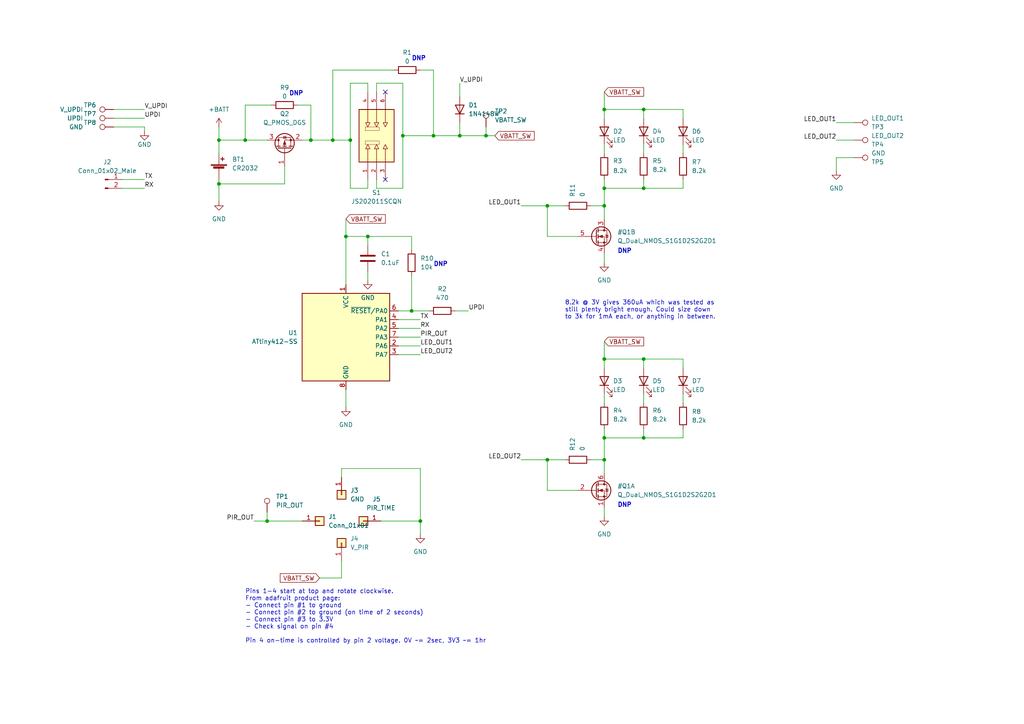
<source format=kicad_sch>
(kicad_sch (version 20211123) (generator eeschema)
  (paper "A4")
  (lib_symbols
    (symbol "Connector:Conn_01x02_Male" (pin_names (offset 1.016) hide)
      (property "Reference" "J" (at 0 2.54 0))
      (property "Value" "Conn_01x02_Male" (at 0 -5.08 0))
      (symbol "Conn_01x02_Male_1_1"
        (polyline (pts (xy 1.27 -2.54) (xy 0.8636 -2.54)) (stroke (width 0.1524)))
        (polyline (pts (xy 1.27 0) (xy 0.8636 0)) (stroke (width 0.1524)))
        (rectangle (start 0.8636 -2.413) (end 0 -2.667) (stroke (width 0.1524)) (fill (type outline)))
        (rectangle (start 0.8636 0.127) (end 0 -0.127) (stroke (width 0.1524)) (fill (type outline)))
        (pin passive line (at 5.08 0 180) (length 3.81) (name "Pin_1") (number "1"))
        (pin passive line (at 5.08 -2.54 180) (length 3.81) (name "Pin_2") (number "2"))
      )
    )
    (symbol "Connector:TestPoint" (pin_numbers hide) (pin_names (offset 0.762) hide)
      (property "Reference" "TP" (at 0 6.858 0))
      (property "Value" "TestPoint" (at 0 5.08 0))
      (symbol "TestPoint_0_1"
        (circle (center 0 3.302) (radius 0.762))
      )
      (symbol "TestPoint_1_1"
        (pin passive line (at 0 0 90) (length 2.54) (name "1") (number "1"))
      )
    )
    (symbol "Connector_Generic:Conn_01x01" (pin_names (offset 1.016) hide)
      (property "Reference" "J" (at 0 2.54 0))
      (property "Value" "Conn_01x01" (at 0 -2.54 0))
      (symbol "Conn_01x01_1_1"
        (rectangle (start -1.27 0.127) (end 0 -0.127) (stroke (width 0.1524)))
        (rectangle (start -1.27 1.27) (end 1.27 -1.27) (stroke (width 0.254)) (fill (type background)))
        (pin passive line (at -5.08 0 0) (length 3.81) (name "Pin_1") (number "1"))
      )
    )
    (symbol "Device:Battery_Cell" (pin_numbers hide) (pin_names (offset 0) hide)
      (property "Reference" "BT" (at 2.54 2.54 0))
      (property "Value" "Battery_Cell" (at 2.54 0 0))
      (symbol "Battery_Cell_0_1"
        (rectangle (start -2.286 1.778) (end 2.286 1.524) (fill (type outline)))
        (rectangle (start -1.5748 1.1938) (end 1.4732 0.6858) (fill (type outline)))
        (polyline (pts (xy 0 0.762) (xy 0 0)))
        (polyline (pts (xy 0 1.778) (xy 0 2.54)))
        (polyline (pts (xy 0.508 3.429) (xy 1.524 3.429)) (stroke (width 0.254)))
        (polyline (pts (xy 1.016 3.937) (xy 1.016 2.921)) (stroke (width 0.254)))
      )
      (symbol "Battery_Cell_1_1"
        (pin passive line (at 0 5.08 270) (length 2.54) (name "+") (number "1"))
        (pin passive line (at 0 -2.54 90) (length 2.54) (name "-") (number "2"))
      )
    )
    (symbol "Device:C" (pin_numbers hide) (pin_names (offset 0.254))
      (property "Reference" "C" (at 0.635 2.54 0))
      (property "Value" "C" (at 0.635 -2.54 0))
      (symbol "C_0_1"
        (polyline (pts (xy -2.032 -0.762) (xy 2.032 -0.762)) (stroke (width 0.508)))
        (polyline (pts (xy -2.032 0.762) (xy 2.032 0.762)) (stroke (width 0.508)))
      )
      (symbol "C_1_1"
        (pin passive line (at 0 3.81 270) (length 2.794) (name "~") (number "1"))
        (pin passive line (at 0 -3.81 90) (length 2.794) (name "~") (number "2"))
      )
    )
    (symbol "Device:D" (pin_numbers hide) (pin_names (offset 1.016) hide)
      (property "Reference" "D" (at 0 2.54 0))
      (property "Value" "D" (at 0 -2.54 0))
      (symbol "D_0_1"
        (polyline (pts (xy -1.27 1.27) (xy -1.27 -1.27)) (stroke (width 0.254)))
        (polyline (pts (xy 1.27 0) (xy -1.27 0)))
        (polyline (pts (xy 1.27 1.27) (xy 1.27 -1.27) (xy -1.27 0) (xy 1.27 1.27)) (stroke (width 0.254)))
      )
      (symbol "D_1_1"
        (pin passive line (at -3.81 0 0) (length 2.54) (name "K") (number "1"))
        (pin passive line (at 3.81 0 180) (length 2.54) (name "A") (number "2"))
      )
    )
    (symbol "Device:LED" (pin_numbers hide) (pin_names (offset 1.016) hide)
      (property "Reference" "D" (at 0 2.54 0))
      (property "Value" "LED" (at 0 -2.54 0))
      (symbol "LED_0_1"
        (polyline (pts (xy -1.27 -1.27) (xy -1.27 1.27)) (stroke (width 0.254)))
        (polyline (pts (xy -1.27 0) (xy 1.27 0)))
        (polyline (pts (xy 1.27 -1.27) (xy 1.27 1.27) (xy -1.27 0) (xy 1.27 -1.27)) (stroke (width 0.254)))
        (polyline (pts (xy -3.048 -0.762) (xy -4.572 -2.286) (xy -3.81 -2.286) (xy -4.572 -2.286) (xy -4.572 -1.524)))
        (polyline (pts (xy -1.778 -0.762) (xy -3.302 -2.286) (xy -2.54 -2.286) (xy -3.302 -2.286) (xy -3.302 -1.524)))
      )
      (symbol "LED_1_1"
        (pin passive line (at -3.81 0 0) (length 2.54) (name "K") (number "1"))
        (pin passive line (at 3.81 0 180) (length 2.54) (name "A") (number "2"))
      )
    )
    (symbol "Device:Q_Dual_NMOS_S1G1D2S2G2D1" (pin_names (offset 0) hide)
      (property "Reference" "Q" (at 6.35 1.27 0))
      (property "Value" "Q_Dual_NMOS_S1G1D2S2G2D1" (at 19.05 -1.27 0))
      (symbol "Q_Dual_NMOS_S1G1D2S2G2D1_0_1"
        (polyline (pts (xy 0.254 0) (xy -2.54 0)))
        (polyline (pts (xy 0.254 1.905) (xy 0.254 -1.905)) (stroke (width 0.254)))
        (polyline (pts (xy 0.762 -1.27) (xy 0.762 -2.286)) (stroke (width 0.254)))
        (polyline (pts (xy 0.762 0.508) (xy 0.762 -0.508)) (stroke (width 0.254)))
        (polyline (pts (xy 0.762 2.286) (xy 0.762 1.27)) (stroke (width 0.254)))
        (polyline (pts (xy 2.54 2.54) (xy 2.54 1.778)))
        (polyline (pts (xy 2.54 -2.54) (xy 2.54 0) (xy 0.762 0)))
        (polyline (pts (xy 0.762 -1.778) (xy 3.302 -1.778) (xy 3.302 1.778) (xy 0.762 1.778)))
        (polyline (pts (xy 1.016 0) (xy 2.032 0.381) (xy 2.032 -0.381) (xy 1.016 0)) (fill (type outline)))
        (polyline (pts (xy 2.794 0.508) (xy 2.921 0.381) (xy 3.683 0.381) (xy 3.81 0.254)))
        (polyline (pts (xy 3.302 0.381) (xy 2.921 -0.254) (xy 3.683 -0.254) (xy 3.302 0.381)))
        (circle (center 1.651 0) (radius 2.794) (stroke (width 0.254)))
        (circle (center 2.54 -1.778) (radius 0.254) (fill (type outline)))
        (circle (center 2.54 1.778) (radius 0.254) (fill (type outline)))
      )
      (symbol "Q_Dual_NMOS_S1G1D2S2G2D1_1_1"
        (pin passive line (at 2.54 -5.08 90) (length 2.54) (name "S") (number "1"))
        (pin input line (at -5.08 0 0) (length 2.54) (name "G") (number "2"))
        (pin passive line (at 2.54 5.08 270) (length 2.54) (name "D") (number "6"))
      )
      (symbol "Q_Dual_NMOS_S1G1D2S2G2D1_2_1"
        (pin passive line (at 2.54 5.08 270) (length 2.54) (name "D") (number "3"))
        (pin passive line (at 2.54 -5.08 90) (length 2.54) (name "S") (number "4"))
        (pin input line (at -5.08 0 0) (length 2.54) (name "G") (number "5"))
      )
    )
    (symbol "Device:Q_PMOS_GSD" (pin_names (offset 0) hide)
      (property "Reference" "Q" (at 5.08 1.27 0))
      (property "Value" "Q_PMOS_GSD" (at 5.08 -1.27 0))
      (symbol "Q_PMOS_GSD_0_1"
        (polyline (pts (xy 0.254 0) (xy -2.54 0)))
        (polyline (pts (xy 0.254 1.905) (xy 0.254 -1.905)) (stroke (width 0.254)))
        (polyline (pts (xy 0.762 -1.27) (xy 0.762 -2.286)) (stroke (width 0.254)))
        (polyline (pts (xy 0.762 0.508) (xy 0.762 -0.508)) (stroke (width 0.254)))
        (polyline (pts (xy 0.762 2.286) (xy 0.762 1.27)) (stroke (width 0.254)))
        (polyline (pts (xy 2.54 2.54) (xy 2.54 1.778)))
        (polyline (pts (xy 2.54 -2.54) (xy 2.54 0) (xy 0.762 0)))
        (polyline (pts (xy 0.762 1.778) (xy 3.302 1.778) (xy 3.302 -1.778) (xy 0.762 -1.778)))
        (polyline (pts (xy 2.286 0) (xy 1.27 0.381) (xy 1.27 -0.381) (xy 2.286 0)) (fill (type outline)))
        (polyline (pts (xy 2.794 -0.508) (xy 2.921 -0.381) (xy 3.683 -0.381) (xy 3.81 -0.254)))
        (polyline (pts (xy 3.302 -0.381) (xy 2.921 0.254) (xy 3.683 0.254) (xy 3.302 -0.381)))
        (circle (center 1.651 0) (radius 2.794) (stroke (width 0.254)))
        (circle (center 2.54 -1.778) (radius 0.254) (fill (type outline)))
        (circle (center 2.54 1.778) (radius 0.254) (fill (type outline)))
      )
      (symbol "Q_PMOS_GSD_1_1"
        (pin input line (at -5.08 0 0) (length 2.54) (name "G") (number "1"))
        (pin passive line (at 2.54 -5.08 90) (length 2.54) (name "S") (number "2"))
        (pin passive line (at 2.54 5.08 270) (length 2.54) (name "D") (number "3"))
      )
    )
    (symbol "Device:R" (pin_numbers hide) (pin_names (offset 0))
      (property "Reference" "R" (at 2.032 0 90))
      (property "Value" "R" (at 0 0 90))
      (symbol "R_0_1"
        (rectangle (start -1.016 -2.54) (end 1.016 2.54) (stroke (width 0.254)))
      )
      (symbol "R_1_1"
        (pin passive line (at 0 3.81 270) (length 1.27) (name "~") (number "1"))
        (pin passive line (at 0 -3.81 90) (length 1.27) (name "~") (number "2"))
      )
    )
    (symbol "JS202011SCQN:JS202011SCQN" (pin_names (offset 1.016) hide)
      (property "Reference" "S" (at -7.62 6.35 0))
      (property "Value" "JS202011SCQN" (at -7.62 -6.35 0))
      (symbol "JS202011SCQN_0_0"
        (rectangle (start -7.62 -5.08) (end 7.62 5.08) (stroke (width 0.254)) (fill (type background)))
        (polyline (pts (xy -7.62 -2.54) (xy -3.81 -2.54)) (stroke (width 0.1524)))
        (polyline (pts (xy -7.62 0) (xy -3.81 0)) (stroke (width 0.1524)))
        (polyline (pts (xy -7.62 2.54) (xy -3.81 2.54)) (stroke (width 0.1524)))
        (polyline (pts (xy 7.62 -2.54) (xy 3.81 -2.54)) (stroke (width 0.1524)))
        (polyline (pts (xy 7.62 0) (xy 3.81 0)) (stroke (width 0.1524)))
        (polyline (pts (xy 7.62 2.54) (xy 3.81 2.54)) (stroke (width 0.1524)))
        (polyline (pts (xy -3.81 -1.905) (xy -3.81 -3.175) (xy -2.54 -2.54) (xy -3.81 -1.905)) (stroke (width 0.1524)) (fill (type background)))
        (polyline (pts (xy -3.81 0.635) (xy -3.81 -0.635) (xy -2.54 0) (xy -3.81 0.635)) (stroke (width 0.1524)) (fill (type background)))
        (polyline (pts (xy -3.81 3.175) (xy -3.81 1.905) (xy -2.54 2.54) (xy -3.81 3.175)) (stroke (width 0.1524)) (fill (type background)))
        (polyline (pts (xy 3.81 -3.175) (xy 3.81 -1.905) (xy 2.54 -2.54) (xy 3.81 -3.175)) (stroke (width 0.1524)) (fill (type background)))
        (polyline (pts (xy 3.81 -0.635) (xy 3.81 0.635) (xy 2.54 0) (xy 3.81 -0.635)) (stroke (width 0.1524)) (fill (type background)))
        (polyline (pts (xy 3.81 1.905) (xy 3.81 3.175) (xy 2.54 2.54) (xy 3.81 1.905)) (stroke (width 0.1524)) (fill (type background)))
        (polyline (pts (xy -2.54 3.302) (xy -2.54 -0.762) (xy -1.524 -0.762) (xy -1.524 3.302) (xy -2.54 3.302)) (stroke (width 0.0254)) (fill (type background)))
        (polyline (pts (xy 1.524 3.302) (xy 1.524 -0.762) (xy 2.54 -0.762) (xy 2.54 3.302) (xy 1.524 3.302)) (stroke (width 0.0254)) (fill (type background)))
        (pin passive line (at -12.7 2.54 0) (length 5.08) (name "~") (number "1"))
        (pin passive line (at -12.7 0 0) (length 5.08) (name "~") (number "2"))
        (pin passive line (at -12.7 -2.54 0) (length 5.08) (name "~") (number "3"))
        (pin passive line (at 12.7 2.54 180) (length 5.08) (name "~") (number "4"))
        (pin passive line (at 12.7 0 180) (length 5.08) (name "~") (number "5"))
        (pin passive line (at 12.7 -2.54 180) (length 5.08) (name "~") (number "6"))
      )
    )
    (symbol "MCU_Microchip_ATtiny:ATtiny412-SS"
      (property "Reference" "U" (at -12.7 13.97 0))
      (property "Value" "ATtiny412-SS" (at 2.54 -13.97 0))
      (symbol "ATtiny412-SS_0_1"
        (rectangle (start -12.7 -12.7) (end 12.7 12.7) (stroke (width 0.254)) (fill (type background)))
      )
      (symbol "ATtiny412-SS_1_1"
        (pin power_in line (at 0 15.24 270) (length 2.54) (name "VCC") (number "1"))
        (pin bidirectional line (at 15.24 -2.54 180) (length 2.54) (name "PA6") (number "2"))
        (pin bidirectional line (at 15.24 -5.08 180) (length 2.54) (name "PA7") (number "3"))
        (pin bidirectional line (at 15.24 5.08 180) (length 2.54) (name "PA1") (number "4"))
        (pin bidirectional line (at 15.24 2.54 180) (length 2.54) (name "PA2") (number "5"))
        (pin bidirectional line (at 15.24 7.62 180) (length 2.54) (name "~{RESET}/PA0") (number "6"))
        (pin bidirectional line (at 15.24 0 180) (length 2.54) (name "PA3") (number "7"))
        (pin power_in line (at 0 -15.24 90) (length 2.54) (name "GND") (number "8"))
      )
    )
    (symbol "power:+BATT" (power) (pin_names (offset 0))
      (property "Value" "+BATT" (at 0 3.556 0))
      (symbol "+BATT_0_1"
        (polyline (pts (xy -0.762 1.27) (xy 0 2.54)))
        (polyline (pts (xy 0 0) (xy 0 2.54)))
        (polyline (pts (xy 0 2.54) (xy 0.762 1.27)))
      )
      (symbol "+BATT_1_1"
        (pin power_in line (at 0 0 90) (length 0) hide (name "+BATT") (number "1"))
      )
    )
    (symbol "power:GND" (power) (pin_names (offset 0))
      (property "Value" "GND" (at 0 -3.81 0))
      (symbol "GND_0_1"
        (polyline (pts (xy 0 0) (xy 0 -1.27) (xy 1.27 -1.27) (xy 0 -2.54) (xy -1.27 -1.27) (xy 0 -1.27)))
      )
      (symbol "GND_1_1"
        (pin power_in line (at 0 0 270) (length 0) hide (name "GND") (number "1"))
      )
    )
  )
  (junction (at 63.5 40.64))
  (junction (at 77.47 151.13))
  (junction (at 175.26 31.75))
  (junction (at 100.33 68.58))
  (junction (at 71.12 40.64))
  (junction (at 101.6 40.64))
  (junction (at 175.26 127))
  (junction (at 186.69 54.61))
  (junction (at 158.75 133.35))
  (junction (at 175.26 133.35))
  (junction (at 90.17 40.64))
  (junction (at 106.68 68.58))
  (junction (at 96.52 40.64))
  (junction (at 186.69 31.75))
  (junction (at 140.97 39.37))
  (junction (at 133.35 39.37))
  (junction (at 158.75 59.69))
  (junction (at 125.73 39.37))
  (junction (at 63.5 53.34))
  (junction (at 175.26 54.61))
  (junction (at 175.26 59.69))
  (junction (at 186.69 104.14))
  (junction (at 175.26 104.14))
  (junction (at 119.38 90.17))
  (junction (at 116.84 39.37))
  (junction (at 121.92 151.13))
  (junction (at 186.69 127))
  (no_connect (at 111.76 52.07))
  (no_connect (at 111.76 26.67))
  (wire (pts (xy 198.12 52.07) (xy 198.12 54.61)))
  (wire (pts (xy 175.26 99.06) (xy 175.26 104.14)))
  (wire (pts (xy 106.68 24.13) (xy 106.68 26.67)))
  (wire (pts (xy 119.38 80.01) (xy 119.38 90.17)))
  (wire (pts (xy 175.26 114.3) (xy 175.26 116.84)))
  (wire (pts (xy 96.52 20.32) (xy 114.3 20.32)))
  (wire (pts (xy 116.84 39.37) (xy 125.73 39.37)))
  (wire (pts (xy 109.22 24.13) (xy 109.22 26.67)))
  (wire (pts (xy 109.22 54.61) (xy 116.84 54.61)))
  (wire (pts (xy 121.92 20.32) (xy 125.73 20.32)))
  (wire (pts (xy 87.63 40.64) (xy 90.17 40.64)))
  (wire (pts (xy 242.57 35.56) (xy 247.65 35.56)))
  (wire (pts (xy 175.26 26.67) (xy 175.26 31.75)))
  (wire (pts (xy 175.26 133.35) (xy 175.26 137.16)))
  (wire (pts (xy 63.5 53.34) (xy 82.55 53.34)))
  (wire (pts (xy 198.12 34.29) (xy 198.12 31.75)))
  (wire (pts (xy 115.57 100.33) (xy 121.92 100.33)))
  (wire (pts (xy 115.57 95.25) (xy 121.92 95.25)))
  (wire (pts (xy 186.69 34.29) (xy 186.69 31.75)))
  (wire (pts (xy 186.69 31.75) (xy 198.12 31.75)))
  (wire (pts (xy 140.97 39.37) (xy 143.51 39.37)))
  (wire (pts (xy 121.92 151.13) (xy 121.92 154.94)))
  (wire (pts (xy 133.35 24.13) (xy 133.35 27.94)))
  (wire (pts (xy 133.35 35.56) (xy 133.35 39.37)))
  (wire (pts (xy 90.17 40.64) (xy 96.52 40.64)))
  (wire (pts (xy 125.73 20.32) (xy 125.73 39.37)))
  (wire (pts (xy 110.49 151.13) (xy 121.92 151.13)))
  (wire (pts (xy 106.68 52.07) (xy 106.68 54.61)))
  (wire (pts (xy 175.26 73.66) (xy 175.26 76.2)))
  (wire (pts (xy 198.12 114.3) (xy 198.12 116.84)))
  (wire (pts (xy 175.26 31.75) (xy 175.26 34.29)))
  (wire (pts (xy 175.26 52.07) (xy 175.26 54.61)))
  (wire (pts (xy 158.75 142.24) (xy 167.64 142.24)))
  (wire (pts (xy 115.57 90.17) (xy 119.38 90.17)))
  (wire (pts (xy 242.57 40.64) (xy 247.65 40.64)))
  (wire (pts (xy 86.36 30.48) (xy 90.17 30.48)))
  (wire (pts (xy 140.97 36.83) (xy 140.97 39.37)))
  (wire (pts (xy 186.69 52.07) (xy 186.69 54.61)))
  (wire (pts (xy 175.26 104.14) (xy 186.69 104.14)))
  (wire (pts (xy 99.06 135.89) (xy 121.92 135.89)))
  (wire (pts (xy 35.56 52.07) (xy 41.91 52.07)))
  (wire (pts (xy 175.26 147.32) (xy 175.26 149.86)))
  (wire (pts (xy 101.6 40.64) (xy 101.6 54.61)))
  (wire (pts (xy 116.84 24.13) (xy 116.84 39.37)))
  (wire (pts (xy 158.75 59.69) (xy 158.75 68.58)))
  (wire (pts (xy 186.69 54.61) (xy 198.12 54.61)))
  (wire (pts (xy 119.38 90.17) (xy 124.46 90.17)))
  (wire (pts (xy 198.12 41.91) (xy 198.12 44.45)))
  (wire (pts (xy 33.02 36.83) (xy 41.91 36.83)))
  (wire (pts (xy 63.5 40.64) (xy 71.12 40.64)))
  (wire (pts (xy 33.02 31.75) (xy 41.91 31.75)))
  (wire (pts (xy 121.92 135.89) (xy 121.92 151.13)))
  (wire (pts (xy 92.71 167.64) (xy 99.06 167.64)))
  (wire (pts (xy 63.5 40.64) (xy 63.5 44.45)))
  (wire (pts (xy 175.26 41.91) (xy 175.26 44.45)))
  (wire (pts (xy 175.26 31.75) (xy 186.69 31.75)))
  (wire (pts (xy 133.35 39.37) (xy 140.97 39.37)))
  (wire (pts (xy 82.55 48.26) (xy 82.55 53.34)))
  (wire (pts (xy 135.89 90.17) (xy 132.08 90.17)))
  (wire (pts (xy 33.02 34.29) (xy 41.91 34.29)))
  (wire (pts (xy 151.13 59.69) (xy 158.75 59.69)))
  (wire (pts (xy 71.12 40.64) (xy 77.47 40.64)))
  (wire (pts (xy 119.38 68.58) (xy 106.68 68.58)))
  (wire (pts (xy 186.69 127) (xy 198.12 127)))
  (wire (pts (xy 96.52 40.64) (xy 101.6 40.64)))
  (wire (pts (xy 175.26 59.69) (xy 175.26 63.5)))
  (wire (pts (xy 100.33 63.5) (xy 100.33 68.58)))
  (wire (pts (xy 175.26 54.61) (xy 175.26 59.69)))
  (wire (pts (xy 115.57 97.79) (xy 121.92 97.79)))
  (wire (pts (xy 106.68 78.74) (xy 106.68 81.28)))
  (wire (pts (xy 63.5 52.07) (xy 63.5 53.34)))
  (wire (pts (xy 96.52 20.32) (xy 96.52 40.64)))
  (wire (pts (xy 119.38 68.58) (xy 119.38 72.39)))
  (wire (pts (xy 63.5 36.83) (xy 63.5 40.64)))
  (wire (pts (xy 99.06 138.43) (xy 99.06 135.89)))
  (wire (pts (xy 158.75 133.35) (xy 158.75 142.24)))
  (wire (pts (xy 116.84 24.13) (xy 109.22 24.13)))
  (wire (pts (xy 73.66 151.13) (xy 77.47 151.13)))
  (wire (pts (xy 106.68 24.13) (xy 101.6 24.13)))
  (wire (pts (xy 171.45 59.69) (xy 175.26 59.69)))
  (wire (pts (xy 100.33 68.58) (xy 100.33 82.55)))
  (wire (pts (xy 125.73 39.37) (xy 133.35 39.37)))
  (wire (pts (xy 35.56 54.61) (xy 41.91 54.61)))
  (wire (pts (xy 175.26 127) (xy 175.26 133.35)))
  (wire (pts (xy 186.69 114.3) (xy 186.69 116.84)))
  (wire (pts (xy 242.57 45.72) (xy 242.57 49.53)))
  (wire (pts (xy 151.13 133.35) (xy 158.75 133.35)))
  (wire (pts (xy 175.26 54.61) (xy 186.69 54.61)))
  (wire (pts (xy 186.69 104.14) (xy 198.12 104.14)))
  (wire (pts (xy 101.6 24.13) (xy 101.6 40.64)))
  (wire (pts (xy 115.57 102.87) (xy 121.92 102.87)))
  (wire (pts (xy 77.47 148.59) (xy 77.47 151.13)))
  (wire (pts (xy 71.12 30.48) (xy 78.74 30.48)))
  (wire (pts (xy 109.22 52.07) (xy 109.22 54.61)))
  (wire (pts (xy 90.17 30.48) (xy 90.17 40.64)))
  (wire (pts (xy 71.12 30.48) (xy 71.12 40.64)))
  (wire (pts (xy 106.68 68.58) (xy 106.68 71.12)))
  (wire (pts (xy 198.12 124.46) (xy 198.12 127)))
  (wire (pts (xy 186.69 106.68) (xy 186.69 104.14)))
  (wire (pts (xy 171.45 133.35) (xy 175.26 133.35)))
  (wire (pts (xy 115.57 92.71) (xy 121.92 92.71)))
  (wire (pts (xy 63.5 53.34) (xy 63.5 58.42)))
  (wire (pts (xy 116.84 39.37) (xy 116.84 54.61)))
  (wire (pts (xy 175.26 127) (xy 186.69 127)))
  (wire (pts (xy 41.91 36.83) (xy 41.91 38.1)))
  (wire (pts (xy 100.33 68.58) (xy 106.68 68.58)))
  (wire (pts (xy 175.26 104.14) (xy 175.26 106.68)))
  (wire (pts (xy 186.69 41.91) (xy 186.69 44.45)))
  (wire (pts (xy 186.69 124.46) (xy 186.69 127)))
  (wire (pts (xy 242.57 45.72) (xy 247.65 45.72)))
  (wire (pts (xy 158.75 68.58) (xy 167.64 68.58)))
  (wire (pts (xy 158.75 59.69) (xy 163.83 59.69)))
  (wire (pts (xy 77.47 151.13) (xy 87.63 151.13)))
  (wire (pts (xy 175.26 124.46) (xy 175.26 127)))
  (wire (pts (xy 198.12 106.68) (xy 198.12 104.14)))
  (wire (pts (xy 101.6 54.61) (xy 106.68 54.61)))
  (wire (pts (xy 158.75 133.35) (xy 163.83 133.35)))
  (wire (pts (xy 99.06 162.56) (xy 99.06 167.64)))
  (wire (pts (xy 100.33 113.03) (xy 100.33 118.11)))
  (text "DNP" (at 125.73 77.47 0) (effects (font (size 1.27 1.27) (thickness 0.254) bold) (justify left bottom)))
  (text "DNP" (at 119.38 17.78 0) (effects (font (size 1.27 1.27) (thickness 0.254) bold) (justify left bottom)))
  (text "Pins 1-4 start at top and rotate clockwise.\nFrom adafruit product page:\n- Connect pin #1 to ground\n- Connect pin #2 to ground (on time of 2 seconds)\n- Connect pin #3 to 3.3V\n- Check signal on pin #4\n\nPin 4 on-time is controlled by pin 2 voltage. 0V ~= 2sec, 3V3 ~= 1hr" (at 71.12 186.69 0) (effects (font (size 1.27 1.27)) (justify left bottom)))
  (text "DNP" (at 179.07 73.66 0) (effects (font (size 1.27 1.27) (thickness 0.254) bold) (justify left bottom)))
  (text "DNP" (at 179.07 147.32 0) (effects (font (size 1.27 1.27) (thickness 0.254) bold) (justify left bottom)))
  (text "DNP" (at 83.82 27.94 0) (effects (font (size 1.27 1.27) (thickness 0.254) bold) (justify left bottom)))
  (text "8.2k @ 3V gives 360uA which was tested as\nstill plenty bright enough. Could size down\nto 3k for 1mA each, or anything in between." (at 163.83 92.71 0) (effects (font (size 1.27 1.27)) (justify left bottom)))
  (label "LED_OUT2" (at 151.13 133.35 180))
  (label "PIR_OUT" (at 121.92 97.79 0))
  (label "V_UPDI" (at 41.91 31.75 0))
  (label "RX" (at 121.92 95.25 0))
  (label "TX" (at 41.91 52.07 0))
  (label "TX" (at 121.92 92.71 0))
  (label "LED_OUT2" (at 242.57 40.64 180))
  (label "UPDI" (at 41.91 34.29 0))
  (label "LED_OUT1" (at 121.92 100.33 0))
  (label "LED_OUT1" (at 151.13 59.69 180))
  (label "V_UPDI" (at 133.35 24.13 0))
  (label "RX" (at 41.91 54.61 0))
  (label "UPDI" (at 135.89 90.17 0))
  (label "LED_OUT2" (at 121.92 102.87 0))
  (label "PIR_OUT" (at 73.66 151.13 180))
  (label "LED_OUT1" (at 242.57 35.56 180))
  (global_label "VBATT_SW" (shape input) (at 92.71 167.64 180) (property "Intersheet References" "${INTERSHEET_REFS}" (effects hide)))
  (global_label "VBATT_SW" (shape input) (at 175.26 99.06 0) (property "Intersheet References" "${INTERSHEET_REFS}" (effects hide)))
  (global_label "VBATT_SW" (shape input) (at 100.33 63.5 0) (property "Intersheet References" "${INTERSHEET_REFS}" (effects hide)))
  (global_label "VBATT_SW" (shape input) (at 143.51 39.37 0) (property "Intersheet References" "${INTERSHEET_REFS}" (effects hide)))
  (global_label "VBATT_SW" (shape input) (at 175.26 26.67 0) (property "Intersheet References" "${INTERSHEET_REFS}" (effects hide)))
  (symbol (lib_id "Device:R") (at 186.69 120.65 0) (unit 1)
    (property "Reference" "R6" (at 189.23 119.0625 0) (effects (justify left)))
    (property "Value" "8.2k" (at 189.23 121.6025 0) (effects (justify left)))
    (property "Footprint" "Resistor_SMD:R_0805_2012Metric_Pad1.20x1.40mm_HandSolder" (effects hide))
  )
  (symbol (lib_id "power:GND") (at 175.26 76.2 0) (unit 1)
    (property "Reference" "#PWR06" (effects hide))
    (property "Value" "GND" (at 175.26 81.28 0))
  )
  (symbol (lib_id "Connector:TestPoint") (at 247.65 40.64 270) (unit 1)
    (property "Reference" "TP4" (at 252.73 41.91 90) (effects (justify left)))
    (property "Value" "LED_OUT2" (at 252.73 39.37 90) (effects (justify left)))
    (property "Footprint" "TestPoint:TestPoint_Pad_D2.0mm" (effects hide))
  )
  (symbol (lib_id "power:GND") (at 41.91 38.1 0) (unit 1)
    (property "Reference" "#PWR01" (effects hide))
    (property "Value" "GND" (at 41.91 41.91 0))
  )
  (symbol (lib_id "Device:R") (at 128.27 90.17 90) (unit 1)
    (property "Reference" "R2" (at 128.27 83.82 90))
    (property "Value" "470" (at 128.27 86.36 90))
    (property "Footprint" "Resistor_SMD:R_0805_2012Metric_Pad1.20x1.40mm_HandSolder" (effects hide))
  )
  (symbol (lib_id "power:GND") (at 63.5 58.42 0) (unit 1)
    (property "Reference" "#PWR03" (effects hide))
    (property "Value" "GND" (at 63.5 63.5 0))
  )
  (symbol (lib_id "Device:R") (at 167.64 133.35 90) (unit 1)
    (property "Reference" "R12" (at 166.0525 130.81 0) (effects (justify left)))
    (property "Value" "0" (at 168.9099 130.81 0) (effects (justify left)))
    (property "Footprint" "Resistor_SMD:R_0805_2012Metric_Pad1.20x1.40mm_HandSolder" (effects hide))
  )
  (symbol (lib_id "Device:LED") (at 186.69 110.49 90) (unit 1)
    (property "Reference" "D5" (at 189.23 110.49 90) (effects (justify right)))
    (property "Value" "LED" (at 189.23 113.03 90) (effects (justify right)))
    (property "Footprint" "LED_SMD:LED_0603_1608Metric_Pad1.05x0.95mm_HandSolder" (effects hide))
  )
  (symbol (lib_id "Connector_Generic:Conn_01x01") (at 99.06 143.51 270) (unit 1)
    (property "Reference" "J3" (at 101.6 142.2399 90) (effects (justify left)))
    (property "Value" "GND" (at 101.6 144.78 90) (effects (justify left)))
    (property "Footprint" "Connector_PinHeader_2.54mm:PinHeader_1x01_P2.54mm_Vertical" (effects hide))
  )
  (symbol (lib_id "Connector_Generic:Conn_01x01") (at 92.71 151.13 0) (unit 1)
    (property "Reference" "J1" (at 95.25 149.8599 0) (effects (justify left)))
    (property "Value" "Conn_01x01" (at 95.25 152.3999 0) (effects (justify left)))
    (property "Footprint" "Connector_PinHeader_2.54mm:PinHeader_1x01_P2.54mm_Vertical" (effects hide))
  )
  (symbol (lib_id "Device:C") (at 106.68 74.93 0) (unit 1)
    (property "Reference" "C1" (at 110.49 73.6599 0) (effects (justify left)))
    (property "Value" "0.1uF" (at 110.49 76.1999 0) (effects (justify left)))
    (property "Footprint" "Capacitor_SMD:C_0805_2012Metric_Pad1.18x1.45mm_HandSolder" (effects hide))
  )
  (symbol (lib_id "Device:Q_PMOS_GSD") (at 82.55 43.18 90) (unit 1)
    (property "Reference" "Q2" (at 82.55 33.02 90))
    (property "Value" "Q_PMOS_DGS" (at 82.55 35.56 90))
    (property "Footprint" "Package_TO_SOT_SMD:SOT-723" (effects hide))
  )
  (symbol (lib_id "Device:Q_Dual_NMOS_S1G1D2S2G2D1") (at 172.72 68.58 0) (unit 2)
    (property "Reference" "#Q1" (at 179.07 67.3099 0) (effects (justify left)))
    (property "Value" "Q_Dual_NMOS_S1G1D2S2G2D1" (at 179.07 69.8499 0) (effects (justify left)))
    (property "Footprint" "Package_SO:SO-8_3.9x4.9mm_P1.27mm" (effects hide))
  )
  (symbol (lib_id "Device:R") (at 167.64 59.69 90) (unit 1)
    (property "Reference" "R11" (at 166.0525 57.15 0) (effects (justify left)))
    (property "Value" "0" (at 168.9099 57.15 0) (effects (justify left)))
    (property "Footprint" "Resistor_SMD:R_0805_2012Metric_Pad1.20x1.40mm_HandSolder" (effects hide))
  )
  (symbol (lib_id "power:GND") (at 100.33 118.11 0) (unit 1)
    (property "Reference" "#PWR04" (effects hide))
    (property "Value" "GND" (at 100.33 123.19 0))
  )
  (symbol (lib_id "JS202011SCQN:JS202011SCQN") (at 109.22 39.37 90) (unit 1)
    (property "Reference" "S1" (at 109.22 55.88 90))
    (property "Value" "JS202011SCQN" (at 109.22 58.42 90))
    (property "Footprint" "Custom Footprints:SW_JS202011SCQN" (effects hide))
    (property "PARTREV" "26 May 22" (effects hide))
    (property "STANDARD" "Manufacturer Recommendations" (effects hide))
    (property "MANUFACTURER" "C&K" (effects hide))
    (property "MAXIMUM_PACKAGE_HEIGHT" "5.5 mm" (effects hide))
    (property "SNAPEDA_PN" "JS202011SCQN" (effects hide))
  )
  (symbol (lib_id "Connector:TestPoint") (at 247.65 45.72 270) (unit 1)
    (property "Reference" "TP5" (at 252.73 46.99 90) (effects (justify left)))
    (property "Value" "GND" (at 252.73 44.45 90) (effects (justify left)))
    (property "Footprint" "TestPoint:TestPoint_Pad_D2.0mm" (effects hide))
  )
  (symbol (lib_id "power:GND") (at 175.26 149.86 0) (unit 1)
    (property "Reference" "#PWR07" (effects hide))
    (property "Value" "GND" (at 175.26 154.94 0))
  )
  (symbol (lib_id "Device:R") (at 186.69 48.26 0) (unit 1)
    (property "Reference" "R5" (at 189.23 46.6725 0) (effects (justify left)))
    (property "Value" "8.2k" (at 189.23 49.2125 0) (effects (justify left)))
    (property "Footprint" "Resistor_SMD:R_0805_2012Metric_Pad1.20x1.40mm_HandSolder" (effects hide))
  )
  (symbol (lib_id "power:GND") (at 242.57 49.53 0) (unit 1)
    (property "Reference" "#PWR08" (effects hide))
    (property "Value" "GND" (at 242.57 54.61 0))
  )
  (symbol (lib_id "Connector:TestPoint") (at 33.02 31.75 90) (unit 1)
    (property "Reference" "TP6" (at 27.94 30.48 90) (effects (justify left)))
    (property "Value" "V_UPDI" (at 24.13 31.75 90) (effects (justify left)))
    (property "Footprint" "TestPoint:TestPoint_Pad_D2.0mm" (effects hide))
  )
  (symbol (lib_id "power:GND") (at 106.68 81.28 0) (unit 1)
    (property "Reference" "#PWR09" (effects hide))
    (property "Value" "GND" (at 106.68 86.36 0))
  )
  (symbol (lib_id "Device:LED") (at 175.26 110.49 90) (unit 1)
    (property "Reference" "D3" (at 177.8 110.49 90) (effects (justify right)))
    (property "Value" "LED" (at 177.8 113.03 90) (effects (justify right)))
    (property "Footprint" "LED_SMD:LED_0603_1608Metric_Pad1.05x0.95mm_HandSolder" (effects hide))
  )
  (symbol (lib_id "Device:LED") (at 198.12 38.1 90) (unit 1)
    (property "Reference" "D6" (at 200.66 38.1 90) (effects (justify right)))
    (property "Value" "LED" (at 200.66 40.64 90) (effects (justify right)))
    (property "Footprint" "LED_SMD:LED_0603_1608Metric_Pad1.05x0.95mm_HandSolder" (effects hide))
  )
  (symbol (lib_id "Device:R") (at 198.12 48.26 0) (unit 1)
    (property "Reference" "R7" (at 200.66 46.9899 0) (effects (justify left)))
    (property "Value" "8.2k" (at 200.66 49.5299 0) (effects (justify left)))
    (property "Footprint" "Resistor_SMD:R_0805_2012Metric_Pad1.20x1.40mm_HandSolder" (effects hide))
  )
  (symbol (lib_id "power:GND") (at 121.92 154.94 0) (unit 1)
    (property "Reference" "#PWR05" (effects hide))
    (property "Value" "GND" (at 121.92 160.02 0))
  )
  (symbol (lib_id "Device:R") (at 175.26 48.26 0) (unit 1)
    (property "Reference" "R3" (at 177.8 46.6725 0) (effects (justify left)))
    (property "Value" "8.2k" (at 177.8 49.5299 0) (effects (justify left)))
    (property "Footprint" "Resistor_SMD:R_0805_2012Metric_Pad1.20x1.40mm_HandSolder" (effects hide))
  )
  (symbol (lib_id "Connector:TestPoint") (at 247.65 35.56 270) (unit 1)
    (property "Reference" "TP3" (at 252.73 36.83 90) (effects (justify left)))
    (property "Value" "LED_OUT1" (at 252.73 34.29 90) (effects (justify left)))
    (property "Footprint" "TestPoint:TestPoint_Pad_D2.0mm" (effects hide))
  )
  (symbol (lib_id "Device:D") (at 133.35 31.75 90) (unit 1)
    (property "Reference" "D1" (at 135.89 30.4799 90) (effects (justify right)))
    (property "Value" "1N4148W" (at 135.89 33.0199 90) (effects (justify right)))
    (property "Footprint" "Diode_SMD:D_SOD-123" (effects hide))
  )
  (symbol (lib_id "Connector:TestPoint") (at 140.97 36.83 0) (unit 1)
    (property "Reference" "TP2" (at 143.51 32.2579 0) (effects (justify left)))
    (property "Value" "VBATT_SW" (at 143.51 34.7979 0) (effects (justify left)))
    (property "Footprint" "TestPoint:TestPoint_Pad_D2.0mm" (effects hide))
  )
  (symbol (lib_id "Device:LED") (at 186.69 38.1 90) (unit 1)
    (property "Reference" "D4" (at 189.23 38.1 90) (effects (justify right)))
    (property "Value" "LED" (at 189.23 40.64 90) (effects (justify right)))
    (property "Footprint" "LED_SMD:LED_0603_1608Metric_Pad1.05x0.95mm_HandSolder" (effects hide))
  )
  (symbol (lib_id "MCU_Microchip_ATtiny:ATtiny412-SS") (at 100.33 97.79 0) (unit 1)
    (property "Reference" "U1" (at 86.36 96.5199 0) (effects (justify right)))
    (property "Value" "ATtiny412-SS" (at 86.36 99.0599 0) (effects (justify right)))
    (property "Footprint" "Package_SO:SOIC-8_3.9x4.9mm_P1.27mm" (effects hide))
    (property "Datasheet" "http://ww1.microchip.com/downloads/en/DeviceDoc/40001911A.pdf" (effects hide))
  )
  (symbol (lib_id "Device:LED") (at 198.12 110.49 90) (unit 1)
    (property "Reference" "D7" (at 200.66 110.49 90) (effects (justify right)))
    (property "Value" "LED" (at 200.66 113.03 90) (effects (justify right)))
    (property "Footprint" "LED_SMD:LED_0603_1608Metric_Pad1.05x0.95mm_HandSolder" (effects hide))
  )
  (symbol (lib_id "Device:R") (at 119.38 76.2 180) (unit 1)
    (property "Reference" "R10" (at 121.92 74.9299 0) (effects (justify right)))
    (property "Value" "10k" (at 121.92 77.4699 0) (effects (justify right)))
    (property "Footprint" "Resistor_SMD:R_0805_2012Metric_Pad1.20x1.40mm_HandSolder" (effects hide))
  )
  (symbol (lib_id "Connector:TestPoint") (at 33.02 36.83 90) (unit 1)
    (property "Reference" "TP8" (at 27.94 35.56 90) (effects (justify left)))
    (property "Value" "GND" (at 24.13 36.83 90) (effects (justify left)))
    (property "Footprint" "TestPoint:TestPoint_Pad_D2.0mm" (effects hide))
  )
  (symbol (lib_id "Device:LED") (at 175.26 38.1 90) (unit 1)
    (property "Reference" "D2" (at 177.8 38.1 90) (effects (justify right)))
    (property "Value" "LED" (at 177.8 40.64 90) (effects (justify right)))
    (property "Footprint" "LED_SMD:LED_0603_1608Metric_Pad1.05x0.95mm_HandSolder" (effects hide))
  )
  (symbol (lib_id "Device:Battery_Cell") (at 63.5 49.53 0) (unit 1)
    (property "Reference" "BT1" (at 67.31 46.2279 0) (effects (justify left)))
    (property "Value" "CR2032" (at 67.31 48.7679 0) (effects (justify left)))
    (property "Footprint" "Battery:BatteryHolder_AdamTech_BH-67D-5_1x2032" (effects hide))
  )
  (symbol (lib_id "Device:R") (at 175.26 120.65 0) (unit 1)
    (property "Reference" "R4" (at 177.8 119.0625 0) (effects (justify left)))
    (property "Value" "8.2k" (at 177.8 121.6025 0) (effects (justify left)))
    (property "Footprint" "Resistor_SMD:R_0805_2012Metric_Pad1.20x1.40mm_HandSolder" (effects hide))
  )
  (symbol (lib_id "Connector_Generic:Conn_01x01") (at 105.41 151.13 180) (unit 1)
    (property "Reference" "J5" (at 109.22 144.78 0))
    (property "Value" "PIR_TIME" (at 110.49 147.32 0))
    (property "Footprint" "Connector_PinHeader_2.54mm:PinHeader_1x01_P2.54mm_Vertical" (effects hide))
  )
  (symbol (lib_id "Device:Q_Dual_NMOS_S1G1D2S2G2D1") (at 172.72 142.24 0) (unit 1)
    (property "Reference" "#Q1" (at 179.07 140.9699 0) (effects (justify left)))
    (property "Value" "Q_Dual_NMOS_S1G1D2S2G2D1" (at 179.07 143.5099 0) (effects (justify left)))
    (property "Footprint" "Package_SO:SO-8_3.9x4.9mm_P1.27mm" (effects hide))
  )
  (symbol (lib_id "power:+BATT") (at 63.5 36.83 0) (unit 1)
    (property "Reference" "#PWR02" (effects hide))
    (property "Value" "+BATT" (at 63.5 31.75 0))
  )
  (symbol (lib_id "Connector_Generic:Conn_01x01") (at 99.06 157.48 90) (unit 1)
    (property "Reference" "J4" (at 101.6 156.2099 90) (effects (justify right)))
    (property "Value" "V_PIR" (at 101.6 158.7499 90) (effects (justify right)))
    (property "Footprint" "Connector_PinHeader_2.54mm:PinHeader_1x01_P2.54mm_Vertical" (effects hide))
  )
  (symbol (lib_id "Connector:TestPoint") (at 77.47 148.59 0) (unit 1)
    (property "Reference" "TP1" (at 80.01 144.0179 0) (effects (justify left)))
    (property "Value" "PIR_OUT" (at 80.01 146.5579 0) (effects (justify left)))
    (property "Footprint" "TestPoint:TestPoint_Pad_D2.0mm" (effects hide))
  )
  (symbol (lib_id "Connector:Conn_01x02_Male") (at 30.48 52.07 0) (unit 1)
    (property "Reference" "J2" (at 31.115 46.99 0))
    (property "Value" "Conn_01x02_Male" (at 31.115 49.53 0))
    (property "Footprint" "Connector_Harwin:Harwin_M20-89003xx_1x02_P2.54mm_Horizontal" (effects hide))
  )
  (symbol (lib_id "Device:R") (at 82.55 30.48 90) (unit 1)
    (property "Reference" "R9" (at 82.55 25.4 90))
    (property "Value" "0" (at 82.55 27.94 90))
    (property "Footprint" "Resistor_SMD:R_0805_2012Metric_Pad1.20x1.40mm_HandSolder" (effects hide))
  )
  (symbol (lib_id "Device:R") (at 118.11 20.32 90) (unit 1)
    (property "Reference" "R1" (at 118.11 15.24 90))
    (property "Value" "0" (at 118.11 17.78 90))
    (property "Footprint" "Resistor_SMD:R_0805_2012Metric_Pad1.20x1.40mm_HandSolder" (effects hide))
  )
  (symbol (lib_id "Device:R") (at 198.12 120.65 0) (unit 1)
    (property "Reference" "R8" (at 200.66 119.3799 0) (effects (justify left)))
    (property "Value" "8.2k" (at 200.66 121.9199 0) (effects (justify left)))
    (property "Footprint" "Resistor_SMD:R_0805_2012Metric_Pad1.20x1.40mm_HandSolder" (effects hide))
  )
  (symbol (lib_id "Connector:TestPoint") (at 33.02 34.29 90) (unit 1)
    (property "Reference" "TP7" (at 27.94 33.02 90) (effects (justify left)))
    (property "Value" "UPDI" (at 24.13 34.29 90) (effects (justify left)))
    (property "Footprint" "TestPoint:TestPoint_Pad_D2.0mm" (effects hide))
  )
)
</source>
